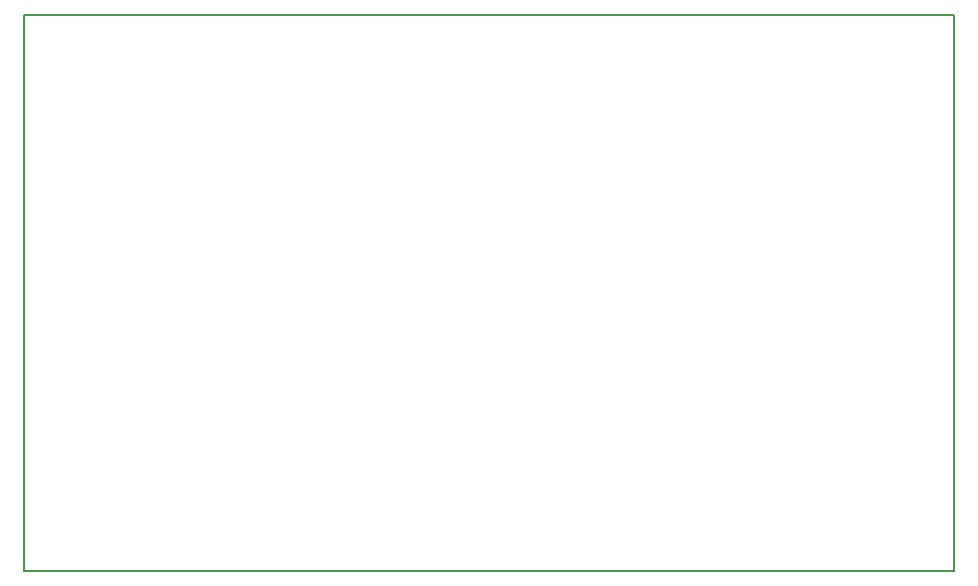
<source format=gbr>
G04 #@! TF.FileFunction,Profile,NP*
%FSLAX46Y46*%
G04 Gerber Fmt 4.6, Leading zero omitted, Abs format (unit mm)*
G04 Created by KiCad (PCBNEW 4.0.7) date 03/14/18 18:41:01*
%MOMM*%
%LPD*%
G01*
G04 APERTURE LIST*
%ADD10C,0.100000*%
%ADD11C,0.150000*%
G04 APERTURE END LIST*
D10*
D11*
X110286800Y-145643600D02*
X110286800Y-98552000D01*
X189026800Y-145643600D02*
X110286800Y-145643600D01*
X189026800Y-98552000D02*
X189026800Y-145643600D01*
X110286800Y-98552000D02*
X189026800Y-98552000D01*
M02*

</source>
